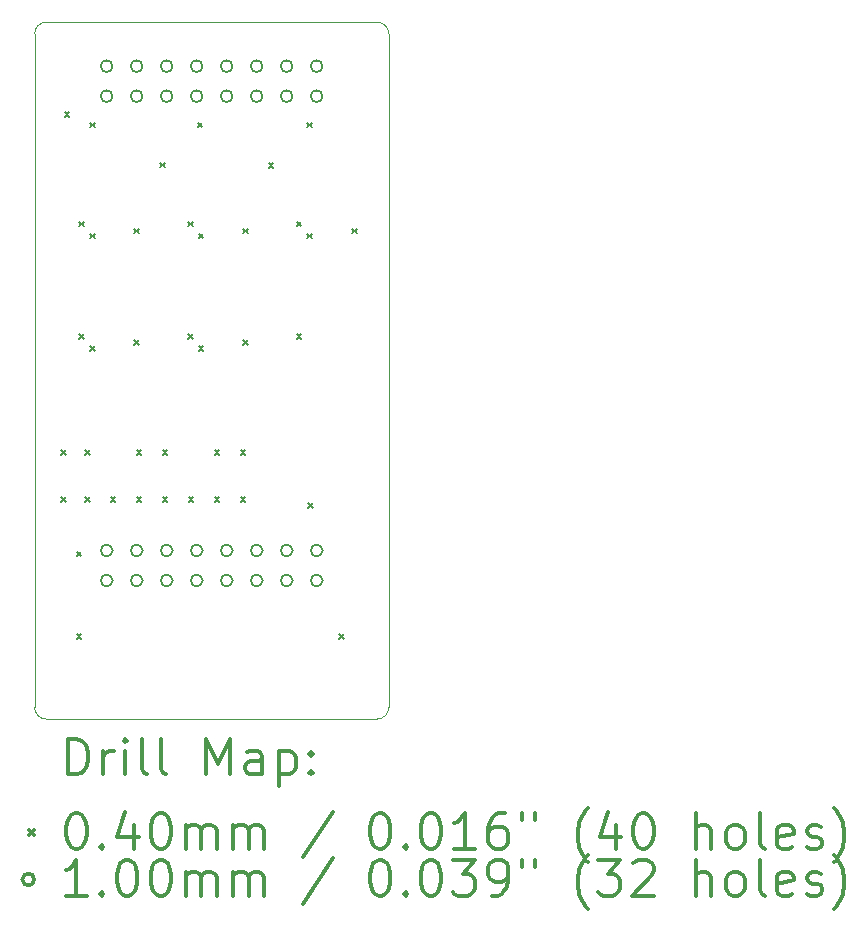
<source format=gbr>
%FSLAX45Y45*%
G04 Gerber Fmt 4.5, Leading zero omitted, Abs format (unit mm)*
G04 Created by KiCad (PCBNEW (5.1.9)-1) date 2021-06-12 20:28:36*
%MOMM*%
%LPD*%
G01*
G04 APERTURE LIST*
%TA.AperFunction,Profile*%
%ADD10C,0.050000*%
%TD*%
%ADD11C,0.200000*%
%ADD12C,0.300000*%
G04 APERTURE END LIST*
D10*
X2100000Y-7950000D02*
G75*
G02*
X2000000Y-7850000I0J100000D01*
G01*
X5000000Y-7850000D02*
G75*
G02*
X4900000Y-7950000I-100000J0D01*
G01*
X4900000Y-2050000D02*
G75*
G02*
X5000000Y-2150000I0J-100000D01*
G01*
X2000000Y-2150000D02*
G75*
G02*
X2100000Y-2050000I100000J0D01*
G01*
X2000000Y-7850000D02*
X2000000Y-2150000D01*
X4900000Y-7950000D02*
X2100000Y-7950000D01*
X5000000Y-2150000D02*
X5000000Y-7850000D01*
X2100000Y-2050000D02*
X4900000Y-2050000D01*
D11*
X2226000Y-5672400D02*
X2266000Y-5712400D01*
X2266000Y-5672400D02*
X2226000Y-5712400D01*
X2226000Y-6072400D02*
X2266000Y-6112400D01*
X2266000Y-6072400D02*
X2226000Y-6112400D01*
X2254900Y-2812900D02*
X2294900Y-2852900D01*
X2294900Y-2812900D02*
X2254900Y-2852900D01*
X2356500Y-6534000D02*
X2396500Y-6574000D01*
X2396500Y-6534000D02*
X2356500Y-6574000D01*
X2356500Y-7232500D02*
X2396500Y-7272500D01*
X2396500Y-7232500D02*
X2356500Y-7272500D01*
X2380000Y-3740000D02*
X2420000Y-3780000D01*
X2420000Y-3740000D02*
X2380000Y-3780000D01*
X2380000Y-4690000D02*
X2420000Y-4730000D01*
X2420000Y-4690000D02*
X2380000Y-4730000D01*
X2425600Y-5672400D02*
X2465600Y-5712400D01*
X2465600Y-5672400D02*
X2425600Y-5712400D01*
X2425600Y-6072400D02*
X2465600Y-6112400D01*
X2465600Y-6072400D02*
X2425600Y-6112400D01*
X2470000Y-2900000D02*
X2510000Y-2940000D01*
X2510000Y-2900000D02*
X2470000Y-2940000D01*
X2470000Y-3840000D02*
X2510000Y-3880000D01*
X2510000Y-3840000D02*
X2470000Y-3880000D01*
X2470000Y-4790000D02*
X2510000Y-4830000D01*
X2510000Y-4790000D02*
X2470000Y-4830000D01*
X2645600Y-6072400D02*
X2685600Y-6112400D01*
X2685600Y-6072400D02*
X2645600Y-6112400D01*
X2845450Y-3797150D02*
X2885450Y-3837150D01*
X2885450Y-3797150D02*
X2845450Y-3837150D01*
X2845450Y-4743300D02*
X2885450Y-4783300D01*
X2885450Y-4743300D02*
X2845450Y-4783300D01*
X2865600Y-5672400D02*
X2905600Y-5712400D01*
X2905600Y-5672400D02*
X2865600Y-5712400D01*
X2865600Y-6072400D02*
X2905600Y-6112400D01*
X2905600Y-6072400D02*
X2865600Y-6112400D01*
X3061350Y-3238350D02*
X3101350Y-3278350D01*
X3101350Y-3238350D02*
X3061350Y-3278350D01*
X3085600Y-5672400D02*
X3125600Y-5712400D01*
X3125600Y-5672400D02*
X3085600Y-5712400D01*
X3085600Y-6072400D02*
X3125600Y-6112400D01*
X3125600Y-6072400D02*
X3085600Y-6112400D01*
X3300000Y-3740000D02*
X3340000Y-3780000D01*
X3340000Y-3740000D02*
X3300000Y-3780000D01*
X3300000Y-4690000D02*
X3340000Y-4730000D01*
X3340000Y-4690000D02*
X3300000Y-4730000D01*
X3305600Y-6072400D02*
X3345600Y-6112400D01*
X3345600Y-6072400D02*
X3305600Y-6112400D01*
X3380000Y-2900000D02*
X3420000Y-2940000D01*
X3420000Y-2900000D02*
X3380000Y-2940000D01*
X3390000Y-3840000D02*
X3430000Y-3880000D01*
X3430000Y-3840000D02*
X3390000Y-3880000D01*
X3390000Y-4790000D02*
X3430000Y-4830000D01*
X3430000Y-4790000D02*
X3390000Y-4830000D01*
X3525600Y-5672400D02*
X3565600Y-5712400D01*
X3565600Y-5672400D02*
X3525600Y-5712400D01*
X3525600Y-6072400D02*
X3565600Y-6112400D01*
X3565600Y-6072400D02*
X3525600Y-6112400D01*
X3745600Y-5672400D02*
X3785600Y-5712400D01*
X3785600Y-5672400D02*
X3745600Y-5712400D01*
X3745600Y-6072400D02*
X3785600Y-6112400D01*
X3785600Y-6072400D02*
X3745600Y-6112400D01*
X3766200Y-3797150D02*
X3806200Y-3837150D01*
X3806200Y-3797150D02*
X3766200Y-3837150D01*
X3766200Y-4743300D02*
X3806200Y-4783300D01*
X3806200Y-4743300D02*
X3766200Y-4783300D01*
X3982100Y-3244700D02*
X4022100Y-3284700D01*
X4022100Y-3244700D02*
X3982100Y-3284700D01*
X4220000Y-3740000D02*
X4260000Y-3780000D01*
X4260000Y-3740000D02*
X4220000Y-3780000D01*
X4220000Y-4690000D02*
X4260000Y-4730000D01*
X4260000Y-4690000D02*
X4220000Y-4730000D01*
X4310000Y-2900000D02*
X4350000Y-2940000D01*
X4350000Y-2900000D02*
X4310000Y-2940000D01*
X4310000Y-3840000D02*
X4350000Y-3880000D01*
X4350000Y-3840000D02*
X4310000Y-3880000D01*
X4315600Y-6122400D02*
X4355600Y-6162400D01*
X4355600Y-6122400D02*
X4315600Y-6162400D01*
X4579000Y-7232500D02*
X4619000Y-7272500D01*
X4619000Y-7232500D02*
X4579000Y-7272500D01*
X4686950Y-3797150D02*
X4726950Y-3837150D01*
X4726950Y-3797150D02*
X4686950Y-3837150D01*
X2661000Y-2423000D02*
G75*
G03*
X2661000Y-2423000I-50000J0D01*
G01*
X2661000Y-2677000D02*
G75*
G03*
X2661000Y-2677000I-50000J0D01*
G01*
X2661000Y-6523000D02*
G75*
G03*
X2661000Y-6523000I-50000J0D01*
G01*
X2661000Y-6777000D02*
G75*
G03*
X2661000Y-6777000I-50000J0D01*
G01*
X2915000Y-2423000D02*
G75*
G03*
X2915000Y-2423000I-50000J0D01*
G01*
X2915000Y-2677000D02*
G75*
G03*
X2915000Y-2677000I-50000J0D01*
G01*
X2915000Y-6523000D02*
G75*
G03*
X2915000Y-6523000I-50000J0D01*
G01*
X2915000Y-6777000D02*
G75*
G03*
X2915000Y-6777000I-50000J0D01*
G01*
X3169000Y-2423000D02*
G75*
G03*
X3169000Y-2423000I-50000J0D01*
G01*
X3169000Y-2677000D02*
G75*
G03*
X3169000Y-2677000I-50000J0D01*
G01*
X3169000Y-6523000D02*
G75*
G03*
X3169000Y-6523000I-50000J0D01*
G01*
X3169000Y-6777000D02*
G75*
G03*
X3169000Y-6777000I-50000J0D01*
G01*
X3423000Y-2423000D02*
G75*
G03*
X3423000Y-2423000I-50000J0D01*
G01*
X3423000Y-2677000D02*
G75*
G03*
X3423000Y-2677000I-50000J0D01*
G01*
X3423000Y-6523000D02*
G75*
G03*
X3423000Y-6523000I-50000J0D01*
G01*
X3423000Y-6777000D02*
G75*
G03*
X3423000Y-6777000I-50000J0D01*
G01*
X3677000Y-2423000D02*
G75*
G03*
X3677000Y-2423000I-50000J0D01*
G01*
X3677000Y-2677000D02*
G75*
G03*
X3677000Y-2677000I-50000J0D01*
G01*
X3677000Y-6523000D02*
G75*
G03*
X3677000Y-6523000I-50000J0D01*
G01*
X3677000Y-6777000D02*
G75*
G03*
X3677000Y-6777000I-50000J0D01*
G01*
X3931000Y-2423000D02*
G75*
G03*
X3931000Y-2423000I-50000J0D01*
G01*
X3931000Y-2677000D02*
G75*
G03*
X3931000Y-2677000I-50000J0D01*
G01*
X3931000Y-6523000D02*
G75*
G03*
X3931000Y-6523000I-50000J0D01*
G01*
X3931000Y-6777000D02*
G75*
G03*
X3931000Y-6777000I-50000J0D01*
G01*
X4185000Y-2423000D02*
G75*
G03*
X4185000Y-2423000I-50000J0D01*
G01*
X4185000Y-2677000D02*
G75*
G03*
X4185000Y-2677000I-50000J0D01*
G01*
X4185000Y-6523000D02*
G75*
G03*
X4185000Y-6523000I-50000J0D01*
G01*
X4185000Y-6777000D02*
G75*
G03*
X4185000Y-6777000I-50000J0D01*
G01*
X4439000Y-2423000D02*
G75*
G03*
X4439000Y-2423000I-50000J0D01*
G01*
X4439000Y-2677000D02*
G75*
G03*
X4439000Y-2677000I-50000J0D01*
G01*
X4439000Y-6523000D02*
G75*
G03*
X4439000Y-6523000I-50000J0D01*
G01*
X4439000Y-6777000D02*
G75*
G03*
X4439000Y-6777000I-50000J0D01*
G01*
D12*
X2283928Y-8418214D02*
X2283928Y-8118214D01*
X2355357Y-8118214D01*
X2398214Y-8132500D01*
X2426786Y-8161071D01*
X2441071Y-8189643D01*
X2455357Y-8246786D01*
X2455357Y-8289643D01*
X2441071Y-8346786D01*
X2426786Y-8375357D01*
X2398214Y-8403929D01*
X2355357Y-8418214D01*
X2283928Y-8418214D01*
X2583928Y-8418214D02*
X2583928Y-8218214D01*
X2583928Y-8275357D02*
X2598214Y-8246786D01*
X2612500Y-8232500D01*
X2641071Y-8218214D01*
X2669643Y-8218214D01*
X2769643Y-8418214D02*
X2769643Y-8218214D01*
X2769643Y-8118214D02*
X2755357Y-8132500D01*
X2769643Y-8146786D01*
X2783928Y-8132500D01*
X2769643Y-8118214D01*
X2769643Y-8146786D01*
X2955357Y-8418214D02*
X2926786Y-8403929D01*
X2912500Y-8375357D01*
X2912500Y-8118214D01*
X3112500Y-8418214D02*
X3083928Y-8403929D01*
X3069643Y-8375357D01*
X3069643Y-8118214D01*
X3455357Y-8418214D02*
X3455357Y-8118214D01*
X3555357Y-8332500D01*
X3655357Y-8118214D01*
X3655357Y-8418214D01*
X3926786Y-8418214D02*
X3926786Y-8261071D01*
X3912500Y-8232500D01*
X3883928Y-8218214D01*
X3826786Y-8218214D01*
X3798214Y-8232500D01*
X3926786Y-8403929D02*
X3898214Y-8418214D01*
X3826786Y-8418214D01*
X3798214Y-8403929D01*
X3783928Y-8375357D01*
X3783928Y-8346786D01*
X3798214Y-8318214D01*
X3826786Y-8303929D01*
X3898214Y-8303929D01*
X3926786Y-8289643D01*
X4069643Y-8218214D02*
X4069643Y-8518214D01*
X4069643Y-8232500D02*
X4098214Y-8218214D01*
X4155357Y-8218214D01*
X4183928Y-8232500D01*
X4198214Y-8246786D01*
X4212500Y-8275357D01*
X4212500Y-8361071D01*
X4198214Y-8389643D01*
X4183928Y-8403929D01*
X4155357Y-8418214D01*
X4098214Y-8418214D01*
X4069643Y-8403929D01*
X4341071Y-8389643D02*
X4355357Y-8403929D01*
X4341071Y-8418214D01*
X4326786Y-8403929D01*
X4341071Y-8389643D01*
X4341071Y-8418214D01*
X4341071Y-8232500D02*
X4355357Y-8246786D01*
X4341071Y-8261071D01*
X4326786Y-8246786D01*
X4341071Y-8232500D01*
X4341071Y-8261071D01*
X1957500Y-8892500D02*
X1997500Y-8932500D01*
X1997500Y-8892500D02*
X1957500Y-8932500D01*
X2341071Y-8748214D02*
X2369643Y-8748214D01*
X2398214Y-8762500D01*
X2412500Y-8776786D01*
X2426786Y-8805357D01*
X2441071Y-8862500D01*
X2441071Y-8933929D01*
X2426786Y-8991072D01*
X2412500Y-9019643D01*
X2398214Y-9033929D01*
X2369643Y-9048214D01*
X2341071Y-9048214D01*
X2312500Y-9033929D01*
X2298214Y-9019643D01*
X2283928Y-8991072D01*
X2269643Y-8933929D01*
X2269643Y-8862500D01*
X2283928Y-8805357D01*
X2298214Y-8776786D01*
X2312500Y-8762500D01*
X2341071Y-8748214D01*
X2569643Y-9019643D02*
X2583928Y-9033929D01*
X2569643Y-9048214D01*
X2555357Y-9033929D01*
X2569643Y-9019643D01*
X2569643Y-9048214D01*
X2841071Y-8848214D02*
X2841071Y-9048214D01*
X2769643Y-8733929D02*
X2698214Y-8948214D01*
X2883928Y-8948214D01*
X3055357Y-8748214D02*
X3083928Y-8748214D01*
X3112500Y-8762500D01*
X3126786Y-8776786D01*
X3141071Y-8805357D01*
X3155357Y-8862500D01*
X3155357Y-8933929D01*
X3141071Y-8991072D01*
X3126786Y-9019643D01*
X3112500Y-9033929D01*
X3083928Y-9048214D01*
X3055357Y-9048214D01*
X3026786Y-9033929D01*
X3012500Y-9019643D01*
X2998214Y-8991072D01*
X2983928Y-8933929D01*
X2983928Y-8862500D01*
X2998214Y-8805357D01*
X3012500Y-8776786D01*
X3026786Y-8762500D01*
X3055357Y-8748214D01*
X3283928Y-9048214D02*
X3283928Y-8848214D01*
X3283928Y-8876786D02*
X3298214Y-8862500D01*
X3326786Y-8848214D01*
X3369643Y-8848214D01*
X3398214Y-8862500D01*
X3412500Y-8891072D01*
X3412500Y-9048214D01*
X3412500Y-8891072D02*
X3426786Y-8862500D01*
X3455357Y-8848214D01*
X3498214Y-8848214D01*
X3526786Y-8862500D01*
X3541071Y-8891072D01*
X3541071Y-9048214D01*
X3683928Y-9048214D02*
X3683928Y-8848214D01*
X3683928Y-8876786D02*
X3698214Y-8862500D01*
X3726786Y-8848214D01*
X3769643Y-8848214D01*
X3798214Y-8862500D01*
X3812500Y-8891072D01*
X3812500Y-9048214D01*
X3812500Y-8891072D02*
X3826786Y-8862500D01*
X3855357Y-8848214D01*
X3898214Y-8848214D01*
X3926786Y-8862500D01*
X3941071Y-8891072D01*
X3941071Y-9048214D01*
X4526786Y-8733929D02*
X4269643Y-9119643D01*
X4912500Y-8748214D02*
X4941071Y-8748214D01*
X4969643Y-8762500D01*
X4983928Y-8776786D01*
X4998214Y-8805357D01*
X5012500Y-8862500D01*
X5012500Y-8933929D01*
X4998214Y-8991072D01*
X4983928Y-9019643D01*
X4969643Y-9033929D01*
X4941071Y-9048214D01*
X4912500Y-9048214D01*
X4883928Y-9033929D01*
X4869643Y-9019643D01*
X4855357Y-8991072D01*
X4841071Y-8933929D01*
X4841071Y-8862500D01*
X4855357Y-8805357D01*
X4869643Y-8776786D01*
X4883928Y-8762500D01*
X4912500Y-8748214D01*
X5141071Y-9019643D02*
X5155357Y-9033929D01*
X5141071Y-9048214D01*
X5126786Y-9033929D01*
X5141071Y-9019643D01*
X5141071Y-9048214D01*
X5341071Y-8748214D02*
X5369643Y-8748214D01*
X5398214Y-8762500D01*
X5412500Y-8776786D01*
X5426786Y-8805357D01*
X5441071Y-8862500D01*
X5441071Y-8933929D01*
X5426786Y-8991072D01*
X5412500Y-9019643D01*
X5398214Y-9033929D01*
X5369643Y-9048214D01*
X5341071Y-9048214D01*
X5312500Y-9033929D01*
X5298214Y-9019643D01*
X5283928Y-8991072D01*
X5269643Y-8933929D01*
X5269643Y-8862500D01*
X5283928Y-8805357D01*
X5298214Y-8776786D01*
X5312500Y-8762500D01*
X5341071Y-8748214D01*
X5726786Y-9048214D02*
X5555357Y-9048214D01*
X5641071Y-9048214D02*
X5641071Y-8748214D01*
X5612500Y-8791072D01*
X5583928Y-8819643D01*
X5555357Y-8833929D01*
X5983928Y-8748214D02*
X5926786Y-8748214D01*
X5898214Y-8762500D01*
X5883928Y-8776786D01*
X5855357Y-8819643D01*
X5841071Y-8876786D01*
X5841071Y-8991072D01*
X5855357Y-9019643D01*
X5869643Y-9033929D01*
X5898214Y-9048214D01*
X5955357Y-9048214D01*
X5983928Y-9033929D01*
X5998214Y-9019643D01*
X6012500Y-8991072D01*
X6012500Y-8919643D01*
X5998214Y-8891072D01*
X5983928Y-8876786D01*
X5955357Y-8862500D01*
X5898214Y-8862500D01*
X5869643Y-8876786D01*
X5855357Y-8891072D01*
X5841071Y-8919643D01*
X6126786Y-8748214D02*
X6126786Y-8805357D01*
X6241071Y-8748214D02*
X6241071Y-8805357D01*
X6683928Y-9162500D02*
X6669643Y-9148214D01*
X6641071Y-9105357D01*
X6626786Y-9076786D01*
X6612500Y-9033929D01*
X6598214Y-8962500D01*
X6598214Y-8905357D01*
X6612500Y-8833929D01*
X6626786Y-8791072D01*
X6641071Y-8762500D01*
X6669643Y-8719643D01*
X6683928Y-8705357D01*
X6926786Y-8848214D02*
X6926786Y-9048214D01*
X6855357Y-8733929D02*
X6783928Y-8948214D01*
X6969643Y-8948214D01*
X7141071Y-8748214D02*
X7169643Y-8748214D01*
X7198214Y-8762500D01*
X7212500Y-8776786D01*
X7226786Y-8805357D01*
X7241071Y-8862500D01*
X7241071Y-8933929D01*
X7226786Y-8991072D01*
X7212500Y-9019643D01*
X7198214Y-9033929D01*
X7169643Y-9048214D01*
X7141071Y-9048214D01*
X7112500Y-9033929D01*
X7098214Y-9019643D01*
X7083928Y-8991072D01*
X7069643Y-8933929D01*
X7069643Y-8862500D01*
X7083928Y-8805357D01*
X7098214Y-8776786D01*
X7112500Y-8762500D01*
X7141071Y-8748214D01*
X7598214Y-9048214D02*
X7598214Y-8748214D01*
X7726786Y-9048214D02*
X7726786Y-8891072D01*
X7712500Y-8862500D01*
X7683928Y-8848214D01*
X7641071Y-8848214D01*
X7612500Y-8862500D01*
X7598214Y-8876786D01*
X7912500Y-9048214D02*
X7883928Y-9033929D01*
X7869643Y-9019643D01*
X7855357Y-8991072D01*
X7855357Y-8905357D01*
X7869643Y-8876786D01*
X7883928Y-8862500D01*
X7912500Y-8848214D01*
X7955357Y-8848214D01*
X7983928Y-8862500D01*
X7998214Y-8876786D01*
X8012500Y-8905357D01*
X8012500Y-8991072D01*
X7998214Y-9019643D01*
X7983928Y-9033929D01*
X7955357Y-9048214D01*
X7912500Y-9048214D01*
X8183928Y-9048214D02*
X8155357Y-9033929D01*
X8141071Y-9005357D01*
X8141071Y-8748214D01*
X8412500Y-9033929D02*
X8383928Y-9048214D01*
X8326786Y-9048214D01*
X8298214Y-9033929D01*
X8283928Y-9005357D01*
X8283928Y-8891072D01*
X8298214Y-8862500D01*
X8326786Y-8848214D01*
X8383928Y-8848214D01*
X8412500Y-8862500D01*
X8426786Y-8891072D01*
X8426786Y-8919643D01*
X8283928Y-8948214D01*
X8541071Y-9033929D02*
X8569643Y-9048214D01*
X8626786Y-9048214D01*
X8655357Y-9033929D01*
X8669643Y-9005357D01*
X8669643Y-8991072D01*
X8655357Y-8962500D01*
X8626786Y-8948214D01*
X8583928Y-8948214D01*
X8555357Y-8933929D01*
X8541071Y-8905357D01*
X8541071Y-8891072D01*
X8555357Y-8862500D01*
X8583928Y-8848214D01*
X8626786Y-8848214D01*
X8655357Y-8862500D01*
X8769643Y-9162500D02*
X8783928Y-9148214D01*
X8812500Y-9105357D01*
X8826786Y-9076786D01*
X8841071Y-9033929D01*
X8855357Y-8962500D01*
X8855357Y-8905357D01*
X8841071Y-8833929D01*
X8826786Y-8791072D01*
X8812500Y-8762500D01*
X8783928Y-8719643D01*
X8769643Y-8705357D01*
X1997500Y-9308500D02*
G75*
G03*
X1997500Y-9308500I-50000J0D01*
G01*
X2441071Y-9444214D02*
X2269643Y-9444214D01*
X2355357Y-9444214D02*
X2355357Y-9144214D01*
X2326786Y-9187072D01*
X2298214Y-9215643D01*
X2269643Y-9229929D01*
X2569643Y-9415643D02*
X2583928Y-9429929D01*
X2569643Y-9444214D01*
X2555357Y-9429929D01*
X2569643Y-9415643D01*
X2569643Y-9444214D01*
X2769643Y-9144214D02*
X2798214Y-9144214D01*
X2826786Y-9158500D01*
X2841071Y-9172786D01*
X2855357Y-9201357D01*
X2869643Y-9258500D01*
X2869643Y-9329929D01*
X2855357Y-9387072D01*
X2841071Y-9415643D01*
X2826786Y-9429929D01*
X2798214Y-9444214D01*
X2769643Y-9444214D01*
X2741071Y-9429929D01*
X2726786Y-9415643D01*
X2712500Y-9387072D01*
X2698214Y-9329929D01*
X2698214Y-9258500D01*
X2712500Y-9201357D01*
X2726786Y-9172786D01*
X2741071Y-9158500D01*
X2769643Y-9144214D01*
X3055357Y-9144214D02*
X3083928Y-9144214D01*
X3112500Y-9158500D01*
X3126786Y-9172786D01*
X3141071Y-9201357D01*
X3155357Y-9258500D01*
X3155357Y-9329929D01*
X3141071Y-9387072D01*
X3126786Y-9415643D01*
X3112500Y-9429929D01*
X3083928Y-9444214D01*
X3055357Y-9444214D01*
X3026786Y-9429929D01*
X3012500Y-9415643D01*
X2998214Y-9387072D01*
X2983928Y-9329929D01*
X2983928Y-9258500D01*
X2998214Y-9201357D01*
X3012500Y-9172786D01*
X3026786Y-9158500D01*
X3055357Y-9144214D01*
X3283928Y-9444214D02*
X3283928Y-9244214D01*
X3283928Y-9272786D02*
X3298214Y-9258500D01*
X3326786Y-9244214D01*
X3369643Y-9244214D01*
X3398214Y-9258500D01*
X3412500Y-9287072D01*
X3412500Y-9444214D01*
X3412500Y-9287072D02*
X3426786Y-9258500D01*
X3455357Y-9244214D01*
X3498214Y-9244214D01*
X3526786Y-9258500D01*
X3541071Y-9287072D01*
X3541071Y-9444214D01*
X3683928Y-9444214D02*
X3683928Y-9244214D01*
X3683928Y-9272786D02*
X3698214Y-9258500D01*
X3726786Y-9244214D01*
X3769643Y-9244214D01*
X3798214Y-9258500D01*
X3812500Y-9287072D01*
X3812500Y-9444214D01*
X3812500Y-9287072D02*
X3826786Y-9258500D01*
X3855357Y-9244214D01*
X3898214Y-9244214D01*
X3926786Y-9258500D01*
X3941071Y-9287072D01*
X3941071Y-9444214D01*
X4526786Y-9129929D02*
X4269643Y-9515643D01*
X4912500Y-9144214D02*
X4941071Y-9144214D01*
X4969643Y-9158500D01*
X4983928Y-9172786D01*
X4998214Y-9201357D01*
X5012500Y-9258500D01*
X5012500Y-9329929D01*
X4998214Y-9387072D01*
X4983928Y-9415643D01*
X4969643Y-9429929D01*
X4941071Y-9444214D01*
X4912500Y-9444214D01*
X4883928Y-9429929D01*
X4869643Y-9415643D01*
X4855357Y-9387072D01*
X4841071Y-9329929D01*
X4841071Y-9258500D01*
X4855357Y-9201357D01*
X4869643Y-9172786D01*
X4883928Y-9158500D01*
X4912500Y-9144214D01*
X5141071Y-9415643D02*
X5155357Y-9429929D01*
X5141071Y-9444214D01*
X5126786Y-9429929D01*
X5141071Y-9415643D01*
X5141071Y-9444214D01*
X5341071Y-9144214D02*
X5369643Y-9144214D01*
X5398214Y-9158500D01*
X5412500Y-9172786D01*
X5426786Y-9201357D01*
X5441071Y-9258500D01*
X5441071Y-9329929D01*
X5426786Y-9387072D01*
X5412500Y-9415643D01*
X5398214Y-9429929D01*
X5369643Y-9444214D01*
X5341071Y-9444214D01*
X5312500Y-9429929D01*
X5298214Y-9415643D01*
X5283928Y-9387072D01*
X5269643Y-9329929D01*
X5269643Y-9258500D01*
X5283928Y-9201357D01*
X5298214Y-9172786D01*
X5312500Y-9158500D01*
X5341071Y-9144214D01*
X5541071Y-9144214D02*
X5726786Y-9144214D01*
X5626786Y-9258500D01*
X5669643Y-9258500D01*
X5698214Y-9272786D01*
X5712500Y-9287072D01*
X5726786Y-9315643D01*
X5726786Y-9387072D01*
X5712500Y-9415643D01*
X5698214Y-9429929D01*
X5669643Y-9444214D01*
X5583928Y-9444214D01*
X5555357Y-9429929D01*
X5541071Y-9415643D01*
X5869643Y-9444214D02*
X5926786Y-9444214D01*
X5955357Y-9429929D01*
X5969643Y-9415643D01*
X5998214Y-9372786D01*
X6012500Y-9315643D01*
X6012500Y-9201357D01*
X5998214Y-9172786D01*
X5983928Y-9158500D01*
X5955357Y-9144214D01*
X5898214Y-9144214D01*
X5869643Y-9158500D01*
X5855357Y-9172786D01*
X5841071Y-9201357D01*
X5841071Y-9272786D01*
X5855357Y-9301357D01*
X5869643Y-9315643D01*
X5898214Y-9329929D01*
X5955357Y-9329929D01*
X5983928Y-9315643D01*
X5998214Y-9301357D01*
X6012500Y-9272786D01*
X6126786Y-9144214D02*
X6126786Y-9201357D01*
X6241071Y-9144214D02*
X6241071Y-9201357D01*
X6683928Y-9558500D02*
X6669643Y-9544214D01*
X6641071Y-9501357D01*
X6626786Y-9472786D01*
X6612500Y-9429929D01*
X6598214Y-9358500D01*
X6598214Y-9301357D01*
X6612500Y-9229929D01*
X6626786Y-9187072D01*
X6641071Y-9158500D01*
X6669643Y-9115643D01*
X6683928Y-9101357D01*
X6769643Y-9144214D02*
X6955357Y-9144214D01*
X6855357Y-9258500D01*
X6898214Y-9258500D01*
X6926786Y-9272786D01*
X6941071Y-9287072D01*
X6955357Y-9315643D01*
X6955357Y-9387072D01*
X6941071Y-9415643D01*
X6926786Y-9429929D01*
X6898214Y-9444214D01*
X6812500Y-9444214D01*
X6783928Y-9429929D01*
X6769643Y-9415643D01*
X7069643Y-9172786D02*
X7083928Y-9158500D01*
X7112500Y-9144214D01*
X7183928Y-9144214D01*
X7212500Y-9158500D01*
X7226786Y-9172786D01*
X7241071Y-9201357D01*
X7241071Y-9229929D01*
X7226786Y-9272786D01*
X7055357Y-9444214D01*
X7241071Y-9444214D01*
X7598214Y-9444214D02*
X7598214Y-9144214D01*
X7726786Y-9444214D02*
X7726786Y-9287072D01*
X7712500Y-9258500D01*
X7683928Y-9244214D01*
X7641071Y-9244214D01*
X7612500Y-9258500D01*
X7598214Y-9272786D01*
X7912500Y-9444214D02*
X7883928Y-9429929D01*
X7869643Y-9415643D01*
X7855357Y-9387072D01*
X7855357Y-9301357D01*
X7869643Y-9272786D01*
X7883928Y-9258500D01*
X7912500Y-9244214D01*
X7955357Y-9244214D01*
X7983928Y-9258500D01*
X7998214Y-9272786D01*
X8012500Y-9301357D01*
X8012500Y-9387072D01*
X7998214Y-9415643D01*
X7983928Y-9429929D01*
X7955357Y-9444214D01*
X7912500Y-9444214D01*
X8183928Y-9444214D02*
X8155357Y-9429929D01*
X8141071Y-9401357D01*
X8141071Y-9144214D01*
X8412500Y-9429929D02*
X8383928Y-9444214D01*
X8326786Y-9444214D01*
X8298214Y-9429929D01*
X8283928Y-9401357D01*
X8283928Y-9287072D01*
X8298214Y-9258500D01*
X8326786Y-9244214D01*
X8383928Y-9244214D01*
X8412500Y-9258500D01*
X8426786Y-9287072D01*
X8426786Y-9315643D01*
X8283928Y-9344214D01*
X8541071Y-9429929D02*
X8569643Y-9444214D01*
X8626786Y-9444214D01*
X8655357Y-9429929D01*
X8669643Y-9401357D01*
X8669643Y-9387072D01*
X8655357Y-9358500D01*
X8626786Y-9344214D01*
X8583928Y-9344214D01*
X8555357Y-9329929D01*
X8541071Y-9301357D01*
X8541071Y-9287072D01*
X8555357Y-9258500D01*
X8583928Y-9244214D01*
X8626786Y-9244214D01*
X8655357Y-9258500D01*
X8769643Y-9558500D02*
X8783928Y-9544214D01*
X8812500Y-9501357D01*
X8826786Y-9472786D01*
X8841071Y-9429929D01*
X8855357Y-9358500D01*
X8855357Y-9301357D01*
X8841071Y-9229929D01*
X8826786Y-9187072D01*
X8812500Y-9158500D01*
X8783928Y-9115643D01*
X8769643Y-9101357D01*
M02*

</source>
